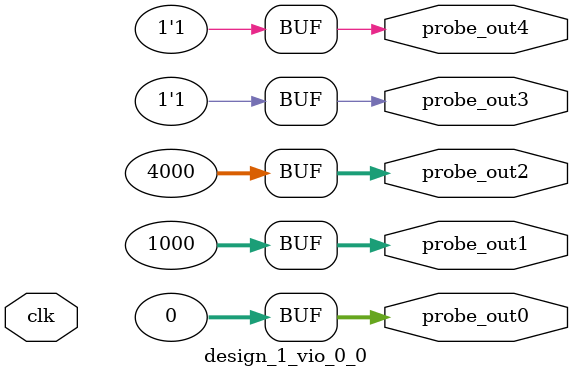
<source format=v>
`timescale 1ns / 1ps
module design_1_vio_0_0 (
clk,

probe_out0,
probe_out1,
probe_out2,
probe_out3,
probe_out4
);

input clk;

output reg [31 : 0] probe_out0 = 'h00000000 ;
output reg [31 : 0] probe_out1 = 'h000003e8 ;
output reg [31 : 0] probe_out2 = 'h00000FA0 ;
output reg [0 : 0] probe_out3 = 'h1 ;
output reg [0 : 0] probe_out4 = 'h1 ;


endmodule

</source>
